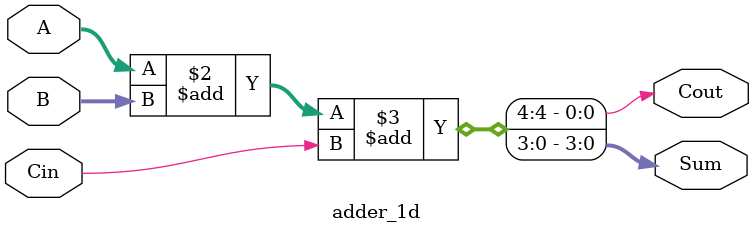
<source format=sv>

module adder_1d (
input [3:0]A, 
input [3:0]B,
input Cin,
output reg [3:0]Sum,
output reg Cout);




always_comb
begin

{Cout,Sum} = A + B + Cin;

end

endmodule 

</source>
